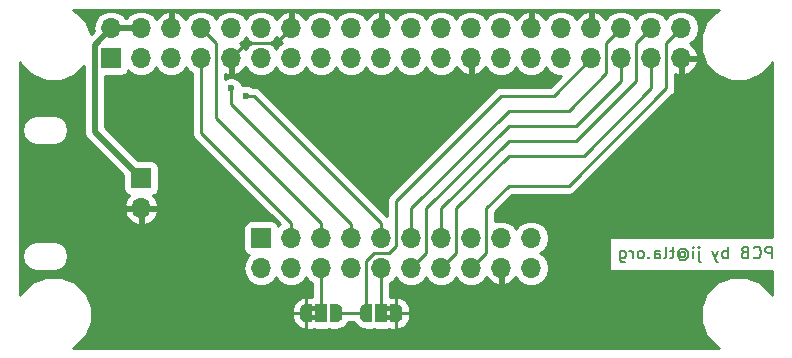
<source format=gbr>
G04 #@! TF.GenerationSoftware,KiCad,Pcbnew,5.0.2-bee76a0~70~ubuntu18.04.1*
G04 #@! TF.CreationDate,2019-03-24T23:52:30-04:00*
G04 #@! TF.ProjectId,rpi-rgb-led-matrix-zero,7270692d-7267-4622-9d6c-65642d6d6174,rev?*
G04 #@! TF.SameCoordinates,Original*
G04 #@! TF.FileFunction,Copper,L2,Bot*
G04 #@! TF.FilePolarity,Positive*
%FSLAX46Y46*%
G04 Gerber Fmt 4.6, Leading zero omitted, Abs format (unit mm)*
G04 Created by KiCad (PCBNEW 5.0.2-bee76a0~70~ubuntu18.04.1) date Sun 24 Mar 2019 23:52:30 EDT*
%MOMM*%
%LPD*%
G01*
G04 APERTURE LIST*
G04 #@! TA.AperFunction,NonConductor*
%ADD10C,0.150000*%
G04 #@! TD*
G04 #@! TA.AperFunction,ComponentPad*
%ADD11O,1.700000X1.700000*%
G04 #@! TD*
G04 #@! TA.AperFunction,ComponentPad*
%ADD12R,1.700000X1.700000*%
G04 #@! TD*
G04 #@! TA.AperFunction,SMDPad,CuDef*
%ADD13R,1.000000X1.500000*%
G04 #@! TD*
G04 #@! TA.AperFunction,SMDPad,CuDef*
%ADD14C,0.500000*%
G04 #@! TD*
G04 #@! TA.AperFunction,Conductor*
%ADD15C,0.100000*%
G04 #@! TD*
G04 #@! TA.AperFunction,ViaPad*
%ADD16C,0.600000*%
G04 #@! TD*
G04 #@! TA.AperFunction,Conductor*
%ADD17C,0.250000*%
G04 #@! TD*
G04 #@! TA.AperFunction,Conductor*
%ADD18C,0.500000*%
G04 #@! TD*
G04 #@! TA.AperFunction,Conductor*
%ADD19C,0.254000*%
G04 #@! TD*
G04 APERTURE END LIST*
D10*
X55958571Y-16962380D02*
X55958571Y-15962380D01*
X55577619Y-15962380D01*
X55482380Y-16010000D01*
X55434761Y-16057619D01*
X55387142Y-16152857D01*
X55387142Y-16295714D01*
X55434761Y-16390952D01*
X55482380Y-16438571D01*
X55577619Y-16486190D01*
X55958571Y-16486190D01*
X54387142Y-16867142D02*
X54434761Y-16914761D01*
X54577619Y-16962380D01*
X54672857Y-16962380D01*
X54815714Y-16914761D01*
X54910952Y-16819523D01*
X54958571Y-16724285D01*
X55006190Y-16533809D01*
X55006190Y-16390952D01*
X54958571Y-16200476D01*
X54910952Y-16105238D01*
X54815714Y-16010000D01*
X54672857Y-15962380D01*
X54577619Y-15962380D01*
X54434761Y-16010000D01*
X54387142Y-16057619D01*
X53625238Y-16438571D02*
X53482380Y-16486190D01*
X53434761Y-16533809D01*
X53387142Y-16629047D01*
X53387142Y-16771904D01*
X53434761Y-16867142D01*
X53482380Y-16914761D01*
X53577619Y-16962380D01*
X53958571Y-16962380D01*
X53958571Y-15962380D01*
X53625238Y-15962380D01*
X53530000Y-16010000D01*
X53482380Y-16057619D01*
X53434761Y-16152857D01*
X53434761Y-16248095D01*
X53482380Y-16343333D01*
X53530000Y-16390952D01*
X53625238Y-16438571D01*
X53958571Y-16438571D01*
X52196666Y-16962380D02*
X52196666Y-15962380D01*
X52196666Y-16343333D02*
X52101428Y-16295714D01*
X51910952Y-16295714D01*
X51815714Y-16343333D01*
X51768095Y-16390952D01*
X51720476Y-16486190D01*
X51720476Y-16771904D01*
X51768095Y-16867142D01*
X51815714Y-16914761D01*
X51910952Y-16962380D01*
X52101428Y-16962380D01*
X52196666Y-16914761D01*
X51387142Y-16295714D02*
X51149047Y-16962380D01*
X50910952Y-16295714D02*
X51149047Y-16962380D01*
X51244285Y-17200476D01*
X51291904Y-17248095D01*
X51387142Y-17295714D01*
X49768095Y-16295714D02*
X49768095Y-17152857D01*
X49815714Y-17248095D01*
X49910952Y-17295714D01*
X49958571Y-17295714D01*
X49768095Y-15962380D02*
X49815714Y-16010000D01*
X49768095Y-16057619D01*
X49720476Y-16010000D01*
X49768095Y-15962380D01*
X49768095Y-16057619D01*
X49291904Y-16962380D02*
X49291904Y-16295714D01*
X49291904Y-15962380D02*
X49339523Y-16010000D01*
X49291904Y-16057619D01*
X49244285Y-16010000D01*
X49291904Y-15962380D01*
X49291904Y-16057619D01*
X48196666Y-16486190D02*
X48244285Y-16438571D01*
X48339523Y-16390952D01*
X48434761Y-16390952D01*
X48530000Y-16438571D01*
X48577619Y-16486190D01*
X48625238Y-16581428D01*
X48625238Y-16676666D01*
X48577619Y-16771904D01*
X48530000Y-16819523D01*
X48434761Y-16867142D01*
X48339523Y-16867142D01*
X48244285Y-16819523D01*
X48196666Y-16771904D01*
X48196666Y-16390952D02*
X48196666Y-16771904D01*
X48149047Y-16819523D01*
X48101428Y-16819523D01*
X48006190Y-16771904D01*
X47958571Y-16676666D01*
X47958571Y-16438571D01*
X48053809Y-16295714D01*
X48196666Y-16200476D01*
X48387142Y-16152857D01*
X48577619Y-16200476D01*
X48720476Y-16295714D01*
X48815714Y-16438571D01*
X48863333Y-16629047D01*
X48815714Y-16819523D01*
X48720476Y-16962380D01*
X48577619Y-17057619D01*
X48387142Y-17105238D01*
X48196666Y-17057619D01*
X48053809Y-16962380D01*
X47672857Y-16295714D02*
X47291904Y-16295714D01*
X47530000Y-15962380D02*
X47530000Y-16819523D01*
X47482380Y-16914761D01*
X47387142Y-16962380D01*
X47291904Y-16962380D01*
X46815714Y-16962380D02*
X46910952Y-16914761D01*
X46958571Y-16819523D01*
X46958571Y-15962380D01*
X46006190Y-16962380D02*
X46006190Y-16438571D01*
X46053809Y-16343333D01*
X46149047Y-16295714D01*
X46339523Y-16295714D01*
X46434761Y-16343333D01*
X46006190Y-16914761D02*
X46101428Y-16962380D01*
X46339523Y-16962380D01*
X46434761Y-16914761D01*
X46482380Y-16819523D01*
X46482380Y-16724285D01*
X46434761Y-16629047D01*
X46339523Y-16581428D01*
X46101428Y-16581428D01*
X46006190Y-16533809D01*
X45530000Y-16867142D02*
X45482380Y-16914761D01*
X45530000Y-16962380D01*
X45577619Y-16914761D01*
X45530000Y-16867142D01*
X45530000Y-16962380D01*
X44910952Y-16962380D02*
X45006190Y-16914761D01*
X45053809Y-16867142D01*
X45101428Y-16771904D01*
X45101428Y-16486190D01*
X45053809Y-16390952D01*
X45006190Y-16343333D01*
X44910952Y-16295714D01*
X44768095Y-16295714D01*
X44672857Y-16343333D01*
X44625238Y-16390952D01*
X44577619Y-16486190D01*
X44577619Y-16771904D01*
X44625238Y-16867142D01*
X44672857Y-16914761D01*
X44768095Y-16962380D01*
X44910952Y-16962380D01*
X44149047Y-16962380D02*
X44149047Y-16295714D01*
X44149047Y-16486190D02*
X44101428Y-16390952D01*
X44053809Y-16343333D01*
X43958571Y-16295714D01*
X43863333Y-16295714D01*
X43101428Y-16295714D02*
X43101428Y-17105238D01*
X43149047Y-17200476D01*
X43196666Y-17248095D01*
X43291904Y-17295714D01*
X43434761Y-17295714D01*
X43530000Y-17248095D01*
X43101428Y-16914761D02*
X43196666Y-16962380D01*
X43387142Y-16962380D01*
X43482380Y-16914761D01*
X43530000Y-16867142D01*
X43577619Y-16771904D01*
X43577619Y-16486190D01*
X43530000Y-16390952D01*
X43482380Y-16343333D01*
X43387142Y-16295714D01*
X43196666Y-16295714D01*
X43101428Y-16343333D01*
D11*
G04 #@! TO.P,P1,40*
G04 #@! TO.N,/STROBE*
X48260000Y2540000D03*
G04 #@! TO.P,P1,39*
G04 #@! TO.N,GND*
X48260000Y0D03*
G04 #@! TO.P,P1,38*
G04 #@! TO.N,/C*
X45720000Y2540000D03*
G04 #@! TO.P,P1,37*
G04 #@! TO.N,/D*
X45720000Y0D03*
G04 #@! TO.P,P1,36*
G04 #@! TO.N,/A*
X43180000Y2540000D03*
G04 #@! TO.P,P1,35*
G04 #@! TO.N,/B*
X43180000Y0D03*
G04 #@! TO.P,P1,34*
G04 #@! TO.N,GND*
X40640000Y2540000D03*
G04 #@! TO.P,P1,33*
G04 #@! TO.N,/E*
X40640000Y0D03*
G04 #@! TO.P,P1,32*
G04 #@! TO.N,/G1_3*
X38100000Y2540000D03*
G04 #@! TO.P,P1,31*
G04 #@! TO.N,/G2_3*
X38100000Y0D03*
G04 #@! TO.P,P1,30*
G04 #@! TO.N,GND*
X35560000Y2540000D03*
G04 #@! TO.P,P1,29*
G04 #@! TO.N,/R1_3*
X35560000Y0D03*
G04 #@! TO.P,P1,28*
G04 #@! TO.N,/ID_SC*
X33020000Y2540000D03*
G04 #@! TO.P,P1,27*
G04 #@! TO.N,/ID_SD*
X33020000Y0D03*
G04 #@! TO.P,P1,26*
G04 #@! TO.N,/B1_3*
X30480000Y2540000D03*
G04 #@! TO.P,P1,25*
G04 #@! TO.N,GND*
X30480000Y0D03*
G04 #@! TO.P,P1,24*
G04 #@! TO.N,/R2_3*
X27940000Y2540000D03*
G04 #@! TO.P,P1,23*
G04 #@! TO.N,/B2_3*
X27940000Y0D03*
G04 #@! TO.P,P1,22*
G04 #@! TO.N,/G1_2*
X25400000Y2540000D03*
G04 #@! TO.P,P1,21*
G04 #@! TO.N,/G2_2*
X25400000Y0D03*
G04 #@! TO.P,P1,20*
G04 #@! TO.N,GND*
X22860000Y2540000D03*
G04 #@! TO.P,P1,19*
G04 #@! TO.N,/R1_2*
X22860000Y0D03*
G04 #@! TO.P,P1,18*
G04 #@! TO.N,/B1_2*
X20320000Y2540000D03*
G04 #@! TO.P,P1,17*
G04 #@! TO.N,N/C*
X20320000Y0D03*
G04 #@! TO.P,P1,16*
G04 #@! TO.N,/B2_2*
X17780000Y2540000D03*
G04 #@! TO.P,P1,15*
G04 #@! TO.N,/R2_2*
X17780000Y0D03*
G04 #@! TO.P,P1,14*
G04 #@! TO.N,GND*
X15240000Y2540000D03*
G04 #@! TO.P,P1,13*
G04 #@! TO.N,/CLK*
X15240000Y0D03*
G04 #@! TO.P,P1,12*
G04 #@! TO.N,/~OE*
X12700000Y2540000D03*
G04 #@! TO.P,P1,11*
G04 #@! TO.N,/G2_1*
X12700000Y0D03*
G04 #@! TO.P,P1,10*
G04 #@! TO.N,/G1_1*
X10160000Y2540000D03*
G04 #@! TO.P,P1,9*
G04 #@! TO.N,GND*
X10160000Y0D03*
G04 #@! TO.P,P1,8*
G04 #@! TO.N,/B1_1*
X7620000Y2540000D03*
G04 #@! TO.P,P1,7*
G04 #@! TO.N,/R1_1*
X7620000Y0D03*
G04 #@! TO.P,P1,6*
G04 #@! TO.N,GND*
X5080000Y2540000D03*
G04 #@! TO.P,P1,5*
G04 #@! TO.N,/R2_1*
X5080000Y0D03*
G04 #@! TO.P,P1,4*
G04 #@! TO.N,/HAT_5V*
X2540000Y2540000D03*
G04 #@! TO.P,P1,3*
G04 #@! TO.N,/B2_1*
X2540000Y0D03*
G04 #@! TO.P,P1,2*
G04 #@! TO.N,/HAT_5V*
X0Y2540000D03*
D12*
G04 #@! TO.P,P1,1*
G04 #@! TO.N,+3V3*
X0Y0D03*
G04 #@! TD*
D11*
G04 #@! TO.P,J2,20*
G04 #@! TO.N,N/C*
X35560000Y-17780000D03*
G04 #@! TO.P,J2,19*
X35560000Y-15240000D03*
G04 #@! TO.P,J2,18*
G04 #@! TO.N,GND*
X33020000Y-17780000D03*
G04 #@! TO.P,J2,17*
G04 #@! TO.N,/~OE*
X33020000Y-15240000D03*
G04 #@! TO.P,J2,16*
G04 #@! TO.N,/STROBE*
X30480000Y-17780000D03*
G04 #@! TO.P,J2,15*
G04 #@! TO.N,/CLK*
X30480000Y-15240000D03*
G04 #@! TO.P,J2,14*
G04 #@! TO.N,/D*
X27940000Y-17780000D03*
G04 #@! TO.P,J2,13*
G04 #@! TO.N,/C*
X27940000Y-15240000D03*
G04 #@! TO.P,J2,12*
G04 #@! TO.N,/B*
X25400000Y-17780000D03*
G04 #@! TO.P,J2,11*
G04 #@! TO.N,/A*
X25400000Y-15240000D03*
G04 #@! TO.P,J2,10*
G04 #@! TO.N,Net-(J2-Pad10)*
X22860000Y-17780000D03*
G04 #@! TO.P,J2,9*
G04 #@! TO.N,/B2_1*
X22860000Y-15240000D03*
G04 #@! TO.P,J2,8*
G04 #@! TO.N,/G2_1*
X20320000Y-17780000D03*
G04 #@! TO.P,J2,7*
G04 #@! TO.N,/R2_1*
X20320000Y-15240000D03*
G04 #@! TO.P,J2,6*
G04 #@! TO.N,Net-(J2-Pad6)*
X17780000Y-17780000D03*
G04 #@! TO.P,J2,5*
G04 #@! TO.N,/B1_1*
X17780000Y-15240000D03*
G04 #@! TO.P,J2,4*
G04 #@! TO.N,/G1_1*
X15240000Y-17780000D03*
G04 #@! TO.P,J2,3*
G04 #@! TO.N,/R1_1*
X15240000Y-15240000D03*
G04 #@! TO.P,J2,2*
G04 #@! TO.N,N/C*
X12700000Y-17780000D03*
D12*
G04 #@! TO.P,J2,1*
X12700000Y-15240000D03*
G04 #@! TD*
G04 #@! TO.P,J1,1*
G04 #@! TO.N,/HAT_5V*
X2540000Y-10160000D03*
D11*
G04 #@! TO.P,J1,2*
G04 #@! TO.N,GND*
X2540000Y-12700000D03*
G04 #@! TD*
D13*
G04 #@! TO.P,JP1,2*
G04 #@! TO.N,Net-(J2-Pad6)*
X17780000Y-21590000D03*
D14*
G04 #@! TO.P,JP1,3*
G04 #@! TO.N,/E*
X19080000Y-21590000D03*
D15*
G04 #@! TD*
G04 #@! TO.N,/E*
G04 #@! TO.C,JP1*
G36*
X19080000Y-20840602D02*
X19104534Y-20840602D01*
X19153365Y-20845412D01*
X19201490Y-20854984D01*
X19248445Y-20869228D01*
X19293778Y-20888005D01*
X19337051Y-20911136D01*
X19377850Y-20938396D01*
X19415779Y-20969524D01*
X19450476Y-21004221D01*
X19481604Y-21042150D01*
X19508864Y-21082949D01*
X19531995Y-21126222D01*
X19550772Y-21171555D01*
X19565016Y-21218510D01*
X19574588Y-21266635D01*
X19579398Y-21315466D01*
X19579398Y-21340000D01*
X19580000Y-21340000D01*
X19580000Y-21840000D01*
X19579398Y-21840000D01*
X19579398Y-21864534D01*
X19574588Y-21913365D01*
X19565016Y-21961490D01*
X19550772Y-22008445D01*
X19531995Y-22053778D01*
X19508864Y-22097051D01*
X19481604Y-22137850D01*
X19450476Y-22175779D01*
X19415779Y-22210476D01*
X19377850Y-22241604D01*
X19337051Y-22268864D01*
X19293778Y-22291995D01*
X19248445Y-22310772D01*
X19201490Y-22325016D01*
X19153365Y-22334588D01*
X19104534Y-22339398D01*
X19080000Y-22339398D01*
X19080000Y-22340000D01*
X18530000Y-22340000D01*
X18530000Y-20840000D01*
X19080000Y-20840000D01*
X19080000Y-20840602D01*
X19080000Y-20840602D01*
G37*
D14*
G04 #@! TO.P,JP1,1*
G04 #@! TO.N,GND*
X16480000Y-21590000D03*
D15*
G04 #@! TD*
G04 #@! TO.N,GND*
G04 #@! TO.C,JP1*
G36*
X17030000Y-20990000D02*
X17380000Y-20990000D01*
X17380000Y-21390000D01*
X17030000Y-21390000D01*
X17030000Y-21790000D01*
X17380000Y-21790000D01*
X17380000Y-22190000D01*
X17030000Y-22190000D01*
X17030000Y-22340000D01*
X16480000Y-22340000D01*
X16480000Y-22339398D01*
X16455466Y-22339398D01*
X16406635Y-22334588D01*
X16358510Y-22325016D01*
X16311555Y-22310772D01*
X16266222Y-22291995D01*
X16222949Y-22268864D01*
X16182150Y-22241604D01*
X16144221Y-22210476D01*
X16109524Y-22175779D01*
X16078396Y-22137850D01*
X16051136Y-22097051D01*
X16028005Y-22053778D01*
X16009228Y-22008445D01*
X15994984Y-21961490D01*
X15985412Y-21913365D01*
X15980602Y-21864534D01*
X15980602Y-21840000D01*
X15980000Y-21840000D01*
X15980000Y-21340000D01*
X15980602Y-21340000D01*
X15980602Y-21315466D01*
X15985412Y-21266635D01*
X15994984Y-21218510D01*
X16009228Y-21171555D01*
X16028005Y-21126222D01*
X16051136Y-21082949D01*
X16078396Y-21042150D01*
X16109524Y-21004221D01*
X16144221Y-20969524D01*
X16182150Y-20938396D01*
X16222949Y-20911136D01*
X16266222Y-20888005D01*
X16311555Y-20869228D01*
X16358510Y-20854984D01*
X16406635Y-20845412D01*
X16455466Y-20840602D01*
X16480000Y-20840602D01*
X16480000Y-20840000D01*
X17030000Y-20840000D01*
X17030000Y-20990000D01*
X17030000Y-20990000D01*
G37*
D13*
G04 #@! TO.P,JP2,2*
G04 #@! TO.N,Net-(J2-Pad10)*
X22860000Y-21590000D03*
D14*
G04 #@! TO.P,JP2,3*
G04 #@! TO.N,/E*
X21560000Y-21590000D03*
D15*
G04 #@! TD*
G04 #@! TO.N,/E*
G04 #@! TO.C,JP2*
G36*
X21560000Y-22339398D02*
X21535466Y-22339398D01*
X21486635Y-22334588D01*
X21438510Y-22325016D01*
X21391555Y-22310772D01*
X21346222Y-22291995D01*
X21302949Y-22268864D01*
X21262150Y-22241604D01*
X21224221Y-22210476D01*
X21189524Y-22175779D01*
X21158396Y-22137850D01*
X21131136Y-22097051D01*
X21108005Y-22053778D01*
X21089228Y-22008445D01*
X21074984Y-21961490D01*
X21065412Y-21913365D01*
X21060602Y-21864534D01*
X21060602Y-21840000D01*
X21060000Y-21840000D01*
X21060000Y-21340000D01*
X21060602Y-21340000D01*
X21060602Y-21315466D01*
X21065412Y-21266635D01*
X21074984Y-21218510D01*
X21089228Y-21171555D01*
X21108005Y-21126222D01*
X21131136Y-21082949D01*
X21158396Y-21042150D01*
X21189524Y-21004221D01*
X21224221Y-20969524D01*
X21262150Y-20938396D01*
X21302949Y-20911136D01*
X21346222Y-20888005D01*
X21391555Y-20869228D01*
X21438510Y-20854984D01*
X21486635Y-20845412D01*
X21535466Y-20840602D01*
X21560000Y-20840602D01*
X21560000Y-20840000D01*
X22110000Y-20840000D01*
X22110000Y-22340000D01*
X21560000Y-22340000D01*
X21560000Y-22339398D01*
X21560000Y-22339398D01*
G37*
D14*
G04 #@! TO.P,JP2,1*
G04 #@! TO.N,GND*
X24160000Y-21590000D03*
D15*
G04 #@! TD*
G04 #@! TO.N,GND*
G04 #@! TO.C,JP2*
G36*
X23610000Y-22190000D02*
X23260000Y-22190000D01*
X23260000Y-21790000D01*
X23610000Y-21790000D01*
X23610000Y-21390000D01*
X23260000Y-21390000D01*
X23260000Y-20990000D01*
X23610000Y-20990000D01*
X23610000Y-20840000D01*
X24160000Y-20840000D01*
X24160000Y-20840602D01*
X24184534Y-20840602D01*
X24233365Y-20845412D01*
X24281490Y-20854984D01*
X24328445Y-20869228D01*
X24373778Y-20888005D01*
X24417051Y-20911136D01*
X24457850Y-20938396D01*
X24495779Y-20969524D01*
X24530476Y-21004221D01*
X24561604Y-21042150D01*
X24588864Y-21082949D01*
X24611995Y-21126222D01*
X24630772Y-21171555D01*
X24645016Y-21218510D01*
X24654588Y-21266635D01*
X24659398Y-21315466D01*
X24659398Y-21340000D01*
X24660000Y-21340000D01*
X24660000Y-21840000D01*
X24659398Y-21840000D01*
X24659398Y-21864534D01*
X24654588Y-21913365D01*
X24645016Y-21961490D01*
X24630772Y-22008445D01*
X24611995Y-22053778D01*
X24588864Y-22097051D01*
X24561604Y-22137850D01*
X24530476Y-22175779D01*
X24495779Y-22210476D01*
X24457850Y-22241604D01*
X24417051Y-22268864D01*
X24373778Y-22291995D01*
X24328445Y-22310772D01*
X24281490Y-22325016D01*
X24233365Y-22334588D01*
X24184534Y-22339398D01*
X24160000Y-22339398D01*
X24160000Y-22340000D01*
X23610000Y-22340000D01*
X23610000Y-22190000D01*
X23610000Y-22190000D01*
G37*
D16*
G04 #@! TO.N,/R2_1*
X10160000Y-2540000D03*
G04 #@! TO.N,/B2_1*
X11430000Y-3175000D03*
G04 #@! TD*
D17*
G04 #@! TO.N,GND*
X16510000Y-21590000D02*
X16510000Y-20350000D01*
X16510000Y-21590000D02*
X16510000Y-22830000D01*
X16510000Y-21590000D02*
X15270000Y-21590000D01*
X24130000Y-21590000D02*
X24130000Y-20350000D01*
X24130000Y-21590000D02*
X24130000Y-22830000D01*
X13970000Y1270000D02*
X14390001Y1690001D01*
X14390001Y1690001D02*
X15240000Y2540000D01*
X10160000Y0D02*
X11430000Y1270000D01*
X11430000Y1270000D02*
X13970000Y1270000D01*
X24160000Y-21590000D02*
X25400000Y-21590000D01*
G04 #@! TO.N,/STROBE*
X46990000Y1270000D02*
X47410001Y1690001D01*
X38735000Y-10795000D02*
X46990000Y-2540000D01*
X31750000Y-16510000D02*
X31750000Y-12700000D01*
X30480000Y-17780000D02*
X31750000Y-16510000D01*
X31750000Y-12700000D02*
X33655000Y-10795000D01*
X47410001Y1690001D02*
X48260000Y2540000D01*
X33655000Y-10795000D02*
X38735000Y-10795000D01*
X46990000Y-2540000D02*
X46990000Y1270000D01*
G04 #@! TO.N,/A*
X25400000Y-12700000D02*
X33655000Y-4445000D01*
X38735000Y-4445000D02*
X41910000Y-1270000D01*
X25400000Y-15240000D02*
X25400000Y-12700000D01*
X33655000Y-4445000D02*
X38735000Y-4445000D01*
X42330001Y1690001D02*
X43180000Y2540000D01*
X41910000Y-1270000D02*
X41910000Y1270000D01*
X41910000Y1270000D02*
X42330001Y1690001D01*
G04 #@! TO.N,/B*
X43180000Y-1905000D02*
X43180000Y0D01*
X39370000Y-5715000D02*
X43180000Y-1905000D01*
X33655000Y-5715000D02*
X39370000Y-5715000D01*
X26670000Y-12700000D02*
X33655000Y-5715000D01*
X25400000Y-17780000D02*
X26670000Y-16510000D01*
X26670000Y-16510000D02*
X26670000Y-12700000D01*
G04 #@! TO.N,/D*
X29210000Y-16510000D02*
X29210000Y-12700000D01*
X27940000Y-17780000D02*
X29210000Y-16510000D01*
X33655000Y-8255000D02*
X40005000Y-8255000D01*
X40005000Y-8255000D02*
X45720000Y-2540000D01*
X45720000Y-1202081D02*
X45720000Y0D01*
X29210000Y-12700000D02*
X33655000Y-8255000D01*
X45720000Y-2540000D02*
X45720000Y-1202081D01*
G04 #@! TO.N,/C*
X44870001Y1690001D02*
X45720000Y2540000D01*
X27940000Y-12700000D02*
X33655000Y-6985000D01*
X27940000Y-15240000D02*
X27940000Y-12700000D01*
X33655000Y-6985000D02*
X39371411Y-6985000D01*
X39371411Y-6985000D02*
X44450000Y-1906411D01*
X44450000Y1270000D02*
X44870001Y1690001D01*
X44450000Y-1906411D02*
X44450000Y1270000D01*
G04 #@! TO.N,/R1_1*
X15240000Y-15240000D02*
X15240000Y-13970000D01*
X7620000Y-6350000D02*
X7620000Y0D01*
X15240000Y-13970000D02*
X7620000Y-6350000D01*
G04 #@! TO.N,/B1_1*
X8469999Y1690001D02*
X7620000Y2540000D01*
X8890000Y1270000D02*
X8469999Y1690001D01*
X8890000Y-5080000D02*
X8890000Y1270000D01*
X17780000Y-15240000D02*
X17780000Y-13970000D01*
X17780000Y-13970000D02*
X8890000Y-5080000D01*
G04 #@! TO.N,/R2_1*
X10160000Y-3877919D02*
X10160000Y-2540000D01*
X20320000Y-15240000D02*
X20320000Y-14037919D01*
X20320000Y-14037919D02*
X10160000Y-3877919D01*
X10160000Y-2540000D02*
X10160000Y-2540000D01*
G04 #@! TO.N,/B2_1*
X22860000Y-15240000D02*
X22860000Y-13970000D01*
X22860000Y-13970000D02*
X12065000Y-3175000D01*
X12065000Y-3175000D02*
X11430000Y-3175000D01*
X11430000Y-3175000D02*
X11430000Y-3175000D01*
G04 #@! TO.N,/E*
X21560000Y-21590000D02*
X19080000Y-21590000D01*
X22225000Y-16510000D02*
X21560000Y-17175000D01*
X40640000Y0D02*
X37465000Y-3175000D01*
X37465000Y-3175000D02*
X33020000Y-3175000D01*
X33020000Y-3175000D02*
X24130000Y-12065000D01*
X21560000Y-17175000D02*
X21560000Y-21590000D01*
X24130000Y-12065000D02*
X24130000Y-15875000D01*
X24130000Y-15875000D02*
X23495000Y-16510000D01*
X23495000Y-16510000D02*
X22225000Y-16510000D01*
D18*
G04 #@! TO.N,/HAT_5V*
X0Y2540000D02*
X2540000Y2540000D01*
X-1397000Y1143000D02*
X0Y2540000D01*
X2540000Y-10160000D02*
X-1397000Y-6223000D01*
X-1397000Y-6223000D02*
X-1397000Y1143000D01*
D17*
G04 #@! TO.N,Net-(J2-Pad10)*
X22860000Y-21590000D02*
X22860000Y-17780000D01*
G04 #@! TO.N,Net-(J2-Pad6)*
X17780000Y-21590000D02*
X17780000Y-17780000D01*
G04 #@! TD*
D19*
G04 #@! TO.N,GND*
G36*
X51302051Y4005719D02*
X50394281Y3097949D01*
X49903000Y1911890D01*
X49903000Y628110D01*
X50394281Y-557949D01*
X51302051Y-1465719D01*
X52488110Y-1957000D01*
X53771890Y-1957000D01*
X54957949Y-1465719D01*
X55865719Y-557949D01*
X55945000Y-366547D01*
X55945001Y-15117500D01*
X42153334Y-15117500D01*
X42153334Y-18037500D01*
X55945001Y-18037500D01*
X55945001Y-20093455D01*
X55865719Y-19902051D01*
X54957949Y-18994281D01*
X53771890Y-18503000D01*
X52488110Y-18503000D01*
X51302051Y-18994281D01*
X50394281Y-19902051D01*
X49903000Y-21088110D01*
X49903000Y-22371890D01*
X50394281Y-23557949D01*
X51302051Y-24465719D01*
X51493453Y-24545000D01*
X-3233453Y-24545000D01*
X-3042051Y-24465719D01*
X-2134281Y-23557949D01*
X-1643000Y-22371890D01*
X-1643000Y-21088110D01*
X-2134281Y-19902051D01*
X-3042051Y-18994281D01*
X-4228110Y-18503000D01*
X-5511890Y-18503000D01*
X-6697949Y-18994281D01*
X-7605719Y-19902051D01*
X-7685000Y-20093453D01*
X-7685000Y-16764000D01*
X-7548174Y-16764000D01*
X-7448443Y-17265382D01*
X-7164433Y-17690433D01*
X-6739382Y-17974443D01*
X-6364558Y-18049000D01*
X-4811442Y-18049000D01*
X-4436618Y-17974443D01*
X-4011567Y-17690433D01*
X-3727557Y-17265382D01*
X-3627826Y-16764000D01*
X-3727557Y-16262618D01*
X-4011567Y-15837567D01*
X-4436618Y-15553557D01*
X-4811442Y-15479000D01*
X-6364558Y-15479000D01*
X-6739382Y-15553557D01*
X-7164433Y-15837567D01*
X-7448443Y-16262618D01*
X-7548174Y-16764000D01*
X-7685000Y-16764000D01*
X-7685000Y-13056890D01*
X1098524Y-13056890D01*
X1268355Y-13466924D01*
X1658642Y-13895183D01*
X2183108Y-14141486D01*
X2413000Y-14020819D01*
X2413000Y-12827000D01*
X2667000Y-12827000D01*
X2667000Y-14020819D01*
X2896892Y-14141486D01*
X3421358Y-13895183D01*
X3811645Y-13466924D01*
X3981476Y-13056890D01*
X3860155Y-12827000D01*
X2667000Y-12827000D01*
X2413000Y-12827000D01*
X1219845Y-12827000D01*
X1098524Y-13056890D01*
X-7685000Y-13056890D01*
X-7685000Y-6096000D01*
X-7548174Y-6096000D01*
X-7448443Y-6597382D01*
X-7164433Y-7022433D01*
X-6739382Y-7306443D01*
X-6364558Y-7381000D01*
X-4811442Y-7381000D01*
X-4436618Y-7306443D01*
X-4011567Y-7022433D01*
X-3727557Y-6597382D01*
X-3627826Y-6096000D01*
X-3727557Y-5594618D01*
X-4011567Y-5169567D01*
X-4436618Y-4885557D01*
X-4811442Y-4811000D01*
X-6364558Y-4811000D01*
X-6739382Y-4885557D01*
X-7164433Y-5169567D01*
X-7448443Y-5594618D01*
X-7548174Y-6096000D01*
X-7685000Y-6096000D01*
X-7685000Y-366547D01*
X-7605719Y-557949D01*
X-6697949Y-1465719D01*
X-5511890Y-1957000D01*
X-4228110Y-1957000D01*
X-3042051Y-1465719D01*
X-2281999Y-705667D01*
X-2282000Y-6135839D01*
X-2299337Y-6223000D01*
X-2282000Y-6310161D01*
X-2282000Y-6310164D01*
X-2230652Y-6568309D01*
X-2035049Y-6861049D01*
X-1961153Y-6910425D01*
X1042560Y-9914139D01*
X1042560Y-11010000D01*
X1091843Y-11257765D01*
X1232191Y-11467809D01*
X1442235Y-11608157D01*
X1545708Y-11628739D01*
X1268355Y-11933076D01*
X1098524Y-12343110D01*
X1219845Y-12573000D01*
X2413000Y-12573000D01*
X2413000Y-12553000D01*
X2667000Y-12553000D01*
X2667000Y-12573000D01*
X3860155Y-12573000D01*
X3981476Y-12343110D01*
X3811645Y-11933076D01*
X3534292Y-11628739D01*
X3637765Y-11608157D01*
X3847809Y-11467809D01*
X3988157Y-11257765D01*
X4037440Y-11010000D01*
X4037440Y-9310000D01*
X3988157Y-9062235D01*
X3847809Y-8852191D01*
X3637765Y-8711843D01*
X3390000Y-8662560D01*
X2294139Y-8662560D01*
X-512000Y-5856422D01*
X-512000Y-1497440D01*
X850000Y-1497440D01*
X1097765Y-1448157D01*
X1307809Y-1307809D01*
X1448157Y-1097765D01*
X1457184Y-1052381D01*
X1469375Y-1070625D01*
X1960582Y-1398839D01*
X2393744Y-1485000D01*
X2686256Y-1485000D01*
X3119418Y-1398839D01*
X3610625Y-1070625D01*
X3810000Y-772239D01*
X4009375Y-1070625D01*
X4500582Y-1398839D01*
X4933744Y-1485000D01*
X5226256Y-1485000D01*
X5659418Y-1398839D01*
X6150625Y-1070625D01*
X6350000Y-772239D01*
X6549375Y-1070625D01*
X6860001Y-1278179D01*
X6860000Y-6275153D01*
X6845112Y-6350000D01*
X6860000Y-6424847D01*
X6860000Y-6424851D01*
X6904096Y-6646536D01*
X7072071Y-6897929D01*
X7135530Y-6940331D01*
X14286387Y-14091190D01*
X14169375Y-14169375D01*
X14157184Y-14187619D01*
X14148157Y-14142235D01*
X14007809Y-13932191D01*
X13797765Y-13791843D01*
X13550000Y-13742560D01*
X11850000Y-13742560D01*
X11602235Y-13791843D01*
X11392191Y-13932191D01*
X11251843Y-14142235D01*
X11202560Y-14390000D01*
X11202560Y-16090000D01*
X11251843Y-16337765D01*
X11392191Y-16547809D01*
X11602235Y-16688157D01*
X11647619Y-16697184D01*
X11629375Y-16709375D01*
X11301161Y-17200582D01*
X11185908Y-17780000D01*
X11301161Y-18359418D01*
X11629375Y-18850625D01*
X12120582Y-19178839D01*
X12553744Y-19265000D01*
X12846256Y-19265000D01*
X13279418Y-19178839D01*
X13770625Y-18850625D01*
X13970000Y-18552239D01*
X14169375Y-18850625D01*
X14660582Y-19178839D01*
X15093744Y-19265000D01*
X15386256Y-19265000D01*
X15819418Y-19178839D01*
X16310625Y-18850625D01*
X16510000Y-18552239D01*
X16709375Y-18850625D01*
X17020001Y-19058178D01*
X17020000Y-20192560D01*
X16480000Y-20192560D01*
X16467894Y-20194968D01*
X16430991Y-20194968D01*
X16304682Y-20207408D01*
X16208549Y-20226530D01*
X16087096Y-20263372D01*
X15996540Y-20300881D01*
X15884603Y-20360713D01*
X15803104Y-20415169D01*
X15704994Y-20495686D01*
X15635686Y-20564994D01*
X15555169Y-20663104D01*
X15500713Y-20744603D01*
X15440881Y-20856540D01*
X15403372Y-20947096D01*
X15366530Y-21068549D01*
X15347408Y-21164682D01*
X15334968Y-21290991D01*
X15334968Y-21327894D01*
X15332560Y-21340000D01*
X15332560Y-21840000D01*
X15334968Y-21852106D01*
X15334968Y-21889009D01*
X15347408Y-22015318D01*
X15366530Y-22111451D01*
X15403372Y-22232904D01*
X15440881Y-22323460D01*
X15500713Y-22435397D01*
X15555169Y-22516896D01*
X15635686Y-22615006D01*
X15704994Y-22684314D01*
X15803104Y-22764831D01*
X15884603Y-22819287D01*
X15996540Y-22879119D01*
X16087096Y-22916628D01*
X16208549Y-22953470D01*
X16304682Y-22972592D01*
X16430991Y-22985032D01*
X16467894Y-22985032D01*
X16480000Y-22987440D01*
X17030000Y-22987440D01*
X17155000Y-22962576D01*
X17280000Y-22987440D01*
X18280000Y-22987440D01*
X18405000Y-22962576D01*
X18530000Y-22987440D01*
X19080000Y-22987440D01*
X19092106Y-22985032D01*
X19129009Y-22985032D01*
X19255318Y-22972592D01*
X19351451Y-22953470D01*
X19472904Y-22916628D01*
X19563460Y-22879119D01*
X19675397Y-22819287D01*
X19756896Y-22764831D01*
X19855006Y-22684314D01*
X19924314Y-22615006D01*
X20004831Y-22516896D01*
X20059287Y-22435397D01*
X20104933Y-22350000D01*
X20535067Y-22350000D01*
X20580713Y-22435397D01*
X20635169Y-22516896D01*
X20715686Y-22615006D01*
X20784994Y-22684314D01*
X20883104Y-22764831D01*
X20964603Y-22819287D01*
X21076540Y-22879119D01*
X21167096Y-22916628D01*
X21288549Y-22953470D01*
X21384682Y-22972592D01*
X21510991Y-22985032D01*
X21547894Y-22985032D01*
X21560000Y-22987440D01*
X22110000Y-22987440D01*
X22235000Y-22962576D01*
X22360000Y-22987440D01*
X23360000Y-22987440D01*
X23485000Y-22962576D01*
X23610000Y-22987440D01*
X24160000Y-22987440D01*
X24172106Y-22985032D01*
X24209009Y-22985032D01*
X24335318Y-22972592D01*
X24431451Y-22953470D01*
X24552904Y-22916628D01*
X24643460Y-22879119D01*
X24755397Y-22819287D01*
X24836896Y-22764831D01*
X24935006Y-22684314D01*
X25004314Y-22615006D01*
X25084831Y-22516896D01*
X25139287Y-22435397D01*
X25199119Y-22323460D01*
X25236628Y-22232904D01*
X25273470Y-22111451D01*
X25292592Y-22015318D01*
X25305032Y-21889009D01*
X25305032Y-21852106D01*
X25307440Y-21840000D01*
X25307440Y-21340000D01*
X25305032Y-21327894D01*
X25305032Y-21290991D01*
X25292592Y-21164682D01*
X25273470Y-21068549D01*
X25236628Y-20947096D01*
X25199119Y-20856540D01*
X25139287Y-20744603D01*
X25084831Y-20663104D01*
X25004314Y-20564994D01*
X24935006Y-20495686D01*
X24836896Y-20415169D01*
X24755397Y-20360713D01*
X24643460Y-20300881D01*
X24552904Y-20263372D01*
X24431451Y-20226530D01*
X24335318Y-20207408D01*
X24209009Y-20194968D01*
X24172106Y-20194968D01*
X24160000Y-20192560D01*
X23620000Y-20192560D01*
X23620000Y-19058178D01*
X23930625Y-18850625D01*
X24130000Y-18552239D01*
X24329375Y-18850625D01*
X24820582Y-19178839D01*
X25253744Y-19265000D01*
X25546256Y-19265000D01*
X25979418Y-19178839D01*
X26470625Y-18850625D01*
X26670000Y-18552239D01*
X26869375Y-18850625D01*
X27360582Y-19178839D01*
X27793744Y-19265000D01*
X28086256Y-19265000D01*
X28519418Y-19178839D01*
X29010625Y-18850625D01*
X29210000Y-18552239D01*
X29409375Y-18850625D01*
X29900582Y-19178839D01*
X30333744Y-19265000D01*
X30626256Y-19265000D01*
X31059418Y-19178839D01*
X31550625Y-18850625D01*
X31763843Y-18531522D01*
X31824817Y-18661358D01*
X32253076Y-19051645D01*
X32663110Y-19221476D01*
X32893000Y-19100155D01*
X32893000Y-17907000D01*
X32873000Y-17907000D01*
X32873000Y-17653000D01*
X32893000Y-17653000D01*
X32893000Y-17633000D01*
X33147000Y-17633000D01*
X33147000Y-17653000D01*
X33167000Y-17653000D01*
X33167000Y-17907000D01*
X33147000Y-17907000D01*
X33147000Y-19100155D01*
X33376890Y-19221476D01*
X33786924Y-19051645D01*
X34215183Y-18661358D01*
X34276157Y-18531522D01*
X34489375Y-18850625D01*
X34980582Y-19178839D01*
X35413744Y-19265000D01*
X35706256Y-19265000D01*
X36139418Y-19178839D01*
X36630625Y-18850625D01*
X36958839Y-18359418D01*
X37074092Y-17780000D01*
X36958839Y-17200582D01*
X36630625Y-16709375D01*
X36332239Y-16510000D01*
X36630625Y-16310625D01*
X36958839Y-15819418D01*
X37074092Y-15240000D01*
X36958839Y-14660582D01*
X36630625Y-14169375D01*
X36139418Y-13841161D01*
X35706256Y-13755000D01*
X35413744Y-13755000D01*
X34980582Y-13841161D01*
X34489375Y-14169375D01*
X34290000Y-14467761D01*
X34090625Y-14169375D01*
X33599418Y-13841161D01*
X33166256Y-13755000D01*
X32873744Y-13755000D01*
X32510000Y-13827353D01*
X32510000Y-13014801D01*
X33969802Y-11555000D01*
X38660153Y-11555000D01*
X38735000Y-11569888D01*
X38809847Y-11555000D01*
X38809852Y-11555000D01*
X39031537Y-11510904D01*
X39282929Y-11342929D01*
X39325331Y-11279470D01*
X47474473Y-3130329D01*
X47537929Y-3087929D01*
X47705904Y-2836537D01*
X47750000Y-2614852D01*
X47750000Y-2614847D01*
X47764888Y-2540000D01*
X47750000Y-2465153D01*
X47750000Y-1378060D01*
X47903110Y-1441476D01*
X48133000Y-1320155D01*
X48133000Y-127000D01*
X48387000Y-127000D01*
X48387000Y-1320155D01*
X48616890Y-1441476D01*
X49026924Y-1271645D01*
X49455183Y-881358D01*
X49701486Y-356892D01*
X49580819Y-127000D01*
X48387000Y-127000D01*
X48133000Y-127000D01*
X48113000Y-127000D01*
X48113000Y127000D01*
X48133000Y127000D01*
X48133000Y147000D01*
X48387000Y147000D01*
X48387000Y127000D01*
X49580819Y127000D01*
X49701486Y356892D01*
X49455183Y881358D01*
X49030214Y1268647D01*
X49330625Y1469375D01*
X49658839Y1960582D01*
X49774092Y2540000D01*
X49658839Y3119418D01*
X49330625Y3610625D01*
X48839418Y3938839D01*
X48406256Y4025000D01*
X48113744Y4025000D01*
X47680582Y3938839D01*
X47189375Y3610625D01*
X46990000Y3312239D01*
X46790625Y3610625D01*
X46299418Y3938839D01*
X45866256Y4025000D01*
X45573744Y4025000D01*
X45140582Y3938839D01*
X44649375Y3610625D01*
X44450000Y3312239D01*
X44250625Y3610625D01*
X43759418Y3938839D01*
X43326256Y4025000D01*
X43033744Y4025000D01*
X42600582Y3938839D01*
X42109375Y3610625D01*
X41896157Y3291522D01*
X41835183Y3421358D01*
X41406924Y3811645D01*
X40996890Y3981476D01*
X40767000Y3860155D01*
X40767000Y2667000D01*
X40787000Y2667000D01*
X40787000Y2413000D01*
X40767000Y2413000D01*
X40767000Y2393000D01*
X40513000Y2393000D01*
X40513000Y2413000D01*
X40493000Y2413000D01*
X40493000Y2667000D01*
X40513000Y2667000D01*
X40513000Y3860155D01*
X40283110Y3981476D01*
X39873076Y3811645D01*
X39444817Y3421358D01*
X39383843Y3291522D01*
X39170625Y3610625D01*
X38679418Y3938839D01*
X38246256Y4025000D01*
X37953744Y4025000D01*
X37520582Y3938839D01*
X37029375Y3610625D01*
X36816157Y3291522D01*
X36755183Y3421358D01*
X36326924Y3811645D01*
X35916890Y3981476D01*
X35687000Y3860155D01*
X35687000Y2667000D01*
X35707000Y2667000D01*
X35707000Y2413000D01*
X35687000Y2413000D01*
X35687000Y2393000D01*
X35433000Y2393000D01*
X35433000Y2413000D01*
X35413000Y2413000D01*
X35413000Y2667000D01*
X35433000Y2667000D01*
X35433000Y3860155D01*
X35203110Y3981476D01*
X34793076Y3811645D01*
X34364817Y3421358D01*
X34303843Y3291522D01*
X34090625Y3610625D01*
X33599418Y3938839D01*
X33166256Y4025000D01*
X32873744Y4025000D01*
X32440582Y3938839D01*
X31949375Y3610625D01*
X31750000Y3312239D01*
X31550625Y3610625D01*
X31059418Y3938839D01*
X30626256Y4025000D01*
X30333744Y4025000D01*
X29900582Y3938839D01*
X29409375Y3610625D01*
X29210000Y3312239D01*
X29010625Y3610625D01*
X28519418Y3938839D01*
X28086256Y4025000D01*
X27793744Y4025000D01*
X27360582Y3938839D01*
X26869375Y3610625D01*
X26670000Y3312239D01*
X26470625Y3610625D01*
X25979418Y3938839D01*
X25546256Y4025000D01*
X25253744Y4025000D01*
X24820582Y3938839D01*
X24329375Y3610625D01*
X24116157Y3291522D01*
X24055183Y3421358D01*
X23626924Y3811645D01*
X23216890Y3981476D01*
X22987000Y3860155D01*
X22987000Y2667000D01*
X23007000Y2667000D01*
X23007000Y2413000D01*
X22987000Y2413000D01*
X22987000Y2393000D01*
X22733000Y2393000D01*
X22733000Y2413000D01*
X22713000Y2413000D01*
X22713000Y2667000D01*
X22733000Y2667000D01*
X22733000Y3860155D01*
X22503110Y3981476D01*
X22093076Y3811645D01*
X21664817Y3421358D01*
X21603843Y3291522D01*
X21390625Y3610625D01*
X20899418Y3938839D01*
X20466256Y4025000D01*
X20173744Y4025000D01*
X19740582Y3938839D01*
X19249375Y3610625D01*
X19050000Y3312239D01*
X18850625Y3610625D01*
X18359418Y3938839D01*
X17926256Y4025000D01*
X17633744Y4025000D01*
X17200582Y3938839D01*
X16709375Y3610625D01*
X16496157Y3291522D01*
X16435183Y3421358D01*
X16006924Y3811645D01*
X15596890Y3981476D01*
X15367000Y3860155D01*
X15367000Y2667000D01*
X15387000Y2667000D01*
X15387000Y2413000D01*
X15367000Y2413000D01*
X15367000Y2393000D01*
X15113000Y2393000D01*
X15113000Y2413000D01*
X15093000Y2413000D01*
X15093000Y2667000D01*
X15113000Y2667000D01*
X15113000Y3860155D01*
X14883110Y3981476D01*
X14473076Y3811645D01*
X14044817Y3421358D01*
X13983843Y3291522D01*
X13770625Y3610625D01*
X13279418Y3938839D01*
X12846256Y4025000D01*
X12553744Y4025000D01*
X12120582Y3938839D01*
X11629375Y3610625D01*
X11430000Y3312239D01*
X11230625Y3610625D01*
X10739418Y3938839D01*
X10306256Y4025000D01*
X10013744Y4025000D01*
X9580582Y3938839D01*
X9089375Y3610625D01*
X8890000Y3312239D01*
X8690625Y3610625D01*
X8199418Y3938839D01*
X7766256Y4025000D01*
X7473744Y4025000D01*
X7040582Y3938839D01*
X6549375Y3610625D01*
X6336157Y3291522D01*
X6275183Y3421358D01*
X5846924Y3811645D01*
X5436890Y3981476D01*
X5207000Y3860155D01*
X5207000Y2667000D01*
X5227000Y2667000D01*
X5227000Y2413000D01*
X5207000Y2413000D01*
X5207000Y2393000D01*
X4953000Y2393000D01*
X4953000Y2413000D01*
X4933000Y2413000D01*
X4933000Y2667000D01*
X4953000Y2667000D01*
X4953000Y3860155D01*
X4723110Y3981476D01*
X4313076Y3811645D01*
X3884817Y3421358D01*
X3823843Y3291522D01*
X3610625Y3610625D01*
X3119418Y3938839D01*
X2686256Y4025000D01*
X2393744Y4025000D01*
X1960582Y3938839D01*
X1469375Y3610625D01*
X1345344Y3425000D01*
X1194656Y3425000D01*
X1070625Y3610625D01*
X579418Y3938839D01*
X146256Y4025000D01*
X-146256Y4025000D01*
X-579418Y3938839D01*
X-1070625Y3610625D01*
X-1398839Y3119418D01*
X-1514092Y2540000D01*
X-1470538Y2321040D01*
X-1712324Y2079254D01*
X-2134281Y3097949D01*
X-3042051Y4005719D01*
X-3233453Y4085000D01*
X51493453Y4085000D01*
X51302051Y4005719D01*
X51302051Y4005719D01*
G37*
X51302051Y4005719D02*
X50394281Y3097949D01*
X49903000Y1911890D01*
X49903000Y628110D01*
X50394281Y-557949D01*
X51302051Y-1465719D01*
X52488110Y-1957000D01*
X53771890Y-1957000D01*
X54957949Y-1465719D01*
X55865719Y-557949D01*
X55945000Y-366547D01*
X55945001Y-15117500D01*
X42153334Y-15117500D01*
X42153334Y-18037500D01*
X55945001Y-18037500D01*
X55945001Y-20093455D01*
X55865719Y-19902051D01*
X54957949Y-18994281D01*
X53771890Y-18503000D01*
X52488110Y-18503000D01*
X51302051Y-18994281D01*
X50394281Y-19902051D01*
X49903000Y-21088110D01*
X49903000Y-22371890D01*
X50394281Y-23557949D01*
X51302051Y-24465719D01*
X51493453Y-24545000D01*
X-3233453Y-24545000D01*
X-3042051Y-24465719D01*
X-2134281Y-23557949D01*
X-1643000Y-22371890D01*
X-1643000Y-21088110D01*
X-2134281Y-19902051D01*
X-3042051Y-18994281D01*
X-4228110Y-18503000D01*
X-5511890Y-18503000D01*
X-6697949Y-18994281D01*
X-7605719Y-19902051D01*
X-7685000Y-20093453D01*
X-7685000Y-16764000D01*
X-7548174Y-16764000D01*
X-7448443Y-17265382D01*
X-7164433Y-17690433D01*
X-6739382Y-17974443D01*
X-6364558Y-18049000D01*
X-4811442Y-18049000D01*
X-4436618Y-17974443D01*
X-4011567Y-17690433D01*
X-3727557Y-17265382D01*
X-3627826Y-16764000D01*
X-3727557Y-16262618D01*
X-4011567Y-15837567D01*
X-4436618Y-15553557D01*
X-4811442Y-15479000D01*
X-6364558Y-15479000D01*
X-6739382Y-15553557D01*
X-7164433Y-15837567D01*
X-7448443Y-16262618D01*
X-7548174Y-16764000D01*
X-7685000Y-16764000D01*
X-7685000Y-13056890D01*
X1098524Y-13056890D01*
X1268355Y-13466924D01*
X1658642Y-13895183D01*
X2183108Y-14141486D01*
X2413000Y-14020819D01*
X2413000Y-12827000D01*
X2667000Y-12827000D01*
X2667000Y-14020819D01*
X2896892Y-14141486D01*
X3421358Y-13895183D01*
X3811645Y-13466924D01*
X3981476Y-13056890D01*
X3860155Y-12827000D01*
X2667000Y-12827000D01*
X2413000Y-12827000D01*
X1219845Y-12827000D01*
X1098524Y-13056890D01*
X-7685000Y-13056890D01*
X-7685000Y-6096000D01*
X-7548174Y-6096000D01*
X-7448443Y-6597382D01*
X-7164433Y-7022433D01*
X-6739382Y-7306443D01*
X-6364558Y-7381000D01*
X-4811442Y-7381000D01*
X-4436618Y-7306443D01*
X-4011567Y-7022433D01*
X-3727557Y-6597382D01*
X-3627826Y-6096000D01*
X-3727557Y-5594618D01*
X-4011567Y-5169567D01*
X-4436618Y-4885557D01*
X-4811442Y-4811000D01*
X-6364558Y-4811000D01*
X-6739382Y-4885557D01*
X-7164433Y-5169567D01*
X-7448443Y-5594618D01*
X-7548174Y-6096000D01*
X-7685000Y-6096000D01*
X-7685000Y-366547D01*
X-7605719Y-557949D01*
X-6697949Y-1465719D01*
X-5511890Y-1957000D01*
X-4228110Y-1957000D01*
X-3042051Y-1465719D01*
X-2281999Y-705667D01*
X-2282000Y-6135839D01*
X-2299337Y-6223000D01*
X-2282000Y-6310161D01*
X-2282000Y-6310164D01*
X-2230652Y-6568309D01*
X-2035049Y-6861049D01*
X-1961153Y-6910425D01*
X1042560Y-9914139D01*
X1042560Y-11010000D01*
X1091843Y-11257765D01*
X1232191Y-11467809D01*
X1442235Y-11608157D01*
X1545708Y-11628739D01*
X1268355Y-11933076D01*
X1098524Y-12343110D01*
X1219845Y-12573000D01*
X2413000Y-12573000D01*
X2413000Y-12553000D01*
X2667000Y-12553000D01*
X2667000Y-12573000D01*
X3860155Y-12573000D01*
X3981476Y-12343110D01*
X3811645Y-11933076D01*
X3534292Y-11628739D01*
X3637765Y-11608157D01*
X3847809Y-11467809D01*
X3988157Y-11257765D01*
X4037440Y-11010000D01*
X4037440Y-9310000D01*
X3988157Y-9062235D01*
X3847809Y-8852191D01*
X3637765Y-8711843D01*
X3390000Y-8662560D01*
X2294139Y-8662560D01*
X-512000Y-5856422D01*
X-512000Y-1497440D01*
X850000Y-1497440D01*
X1097765Y-1448157D01*
X1307809Y-1307809D01*
X1448157Y-1097765D01*
X1457184Y-1052381D01*
X1469375Y-1070625D01*
X1960582Y-1398839D01*
X2393744Y-1485000D01*
X2686256Y-1485000D01*
X3119418Y-1398839D01*
X3610625Y-1070625D01*
X3810000Y-772239D01*
X4009375Y-1070625D01*
X4500582Y-1398839D01*
X4933744Y-1485000D01*
X5226256Y-1485000D01*
X5659418Y-1398839D01*
X6150625Y-1070625D01*
X6350000Y-772239D01*
X6549375Y-1070625D01*
X6860001Y-1278179D01*
X6860000Y-6275153D01*
X6845112Y-6350000D01*
X6860000Y-6424847D01*
X6860000Y-6424851D01*
X6904096Y-6646536D01*
X7072071Y-6897929D01*
X7135530Y-6940331D01*
X14286387Y-14091190D01*
X14169375Y-14169375D01*
X14157184Y-14187619D01*
X14148157Y-14142235D01*
X14007809Y-13932191D01*
X13797765Y-13791843D01*
X13550000Y-13742560D01*
X11850000Y-13742560D01*
X11602235Y-13791843D01*
X11392191Y-13932191D01*
X11251843Y-14142235D01*
X11202560Y-14390000D01*
X11202560Y-16090000D01*
X11251843Y-16337765D01*
X11392191Y-16547809D01*
X11602235Y-16688157D01*
X11647619Y-16697184D01*
X11629375Y-16709375D01*
X11301161Y-17200582D01*
X11185908Y-17780000D01*
X11301161Y-18359418D01*
X11629375Y-18850625D01*
X12120582Y-19178839D01*
X12553744Y-19265000D01*
X12846256Y-19265000D01*
X13279418Y-19178839D01*
X13770625Y-18850625D01*
X13970000Y-18552239D01*
X14169375Y-18850625D01*
X14660582Y-19178839D01*
X15093744Y-19265000D01*
X15386256Y-19265000D01*
X15819418Y-19178839D01*
X16310625Y-18850625D01*
X16510000Y-18552239D01*
X16709375Y-18850625D01*
X17020001Y-19058178D01*
X17020000Y-20192560D01*
X16480000Y-20192560D01*
X16467894Y-20194968D01*
X16430991Y-20194968D01*
X16304682Y-20207408D01*
X16208549Y-20226530D01*
X16087096Y-20263372D01*
X15996540Y-20300881D01*
X15884603Y-20360713D01*
X15803104Y-20415169D01*
X15704994Y-20495686D01*
X15635686Y-20564994D01*
X15555169Y-20663104D01*
X15500713Y-20744603D01*
X15440881Y-20856540D01*
X15403372Y-20947096D01*
X15366530Y-21068549D01*
X15347408Y-21164682D01*
X15334968Y-21290991D01*
X15334968Y-21327894D01*
X15332560Y-21340000D01*
X15332560Y-21840000D01*
X15334968Y-21852106D01*
X15334968Y-21889009D01*
X15347408Y-22015318D01*
X15366530Y-22111451D01*
X15403372Y-22232904D01*
X15440881Y-22323460D01*
X15500713Y-22435397D01*
X15555169Y-22516896D01*
X15635686Y-22615006D01*
X15704994Y-22684314D01*
X15803104Y-22764831D01*
X15884603Y-22819287D01*
X15996540Y-22879119D01*
X16087096Y-22916628D01*
X16208549Y-22953470D01*
X16304682Y-22972592D01*
X16430991Y-22985032D01*
X16467894Y-22985032D01*
X16480000Y-22987440D01*
X17030000Y-22987440D01*
X17155000Y-22962576D01*
X17280000Y-22987440D01*
X18280000Y-22987440D01*
X18405000Y-22962576D01*
X18530000Y-22987440D01*
X19080000Y-22987440D01*
X19092106Y-22985032D01*
X19129009Y-22985032D01*
X19255318Y-22972592D01*
X19351451Y-22953470D01*
X19472904Y-22916628D01*
X19563460Y-22879119D01*
X19675397Y-22819287D01*
X19756896Y-22764831D01*
X19855006Y-22684314D01*
X19924314Y-22615006D01*
X20004831Y-22516896D01*
X20059287Y-22435397D01*
X20104933Y-22350000D01*
X20535067Y-22350000D01*
X20580713Y-22435397D01*
X20635169Y-22516896D01*
X20715686Y-22615006D01*
X20784994Y-22684314D01*
X20883104Y-22764831D01*
X20964603Y-22819287D01*
X21076540Y-22879119D01*
X21167096Y-22916628D01*
X21288549Y-22953470D01*
X21384682Y-22972592D01*
X21510991Y-22985032D01*
X21547894Y-22985032D01*
X21560000Y-22987440D01*
X22110000Y-22987440D01*
X22235000Y-22962576D01*
X22360000Y-22987440D01*
X23360000Y-22987440D01*
X23485000Y-22962576D01*
X23610000Y-22987440D01*
X24160000Y-22987440D01*
X24172106Y-22985032D01*
X24209009Y-22985032D01*
X24335318Y-22972592D01*
X24431451Y-22953470D01*
X24552904Y-22916628D01*
X24643460Y-22879119D01*
X24755397Y-22819287D01*
X24836896Y-22764831D01*
X24935006Y-22684314D01*
X25004314Y-22615006D01*
X25084831Y-22516896D01*
X25139287Y-22435397D01*
X25199119Y-22323460D01*
X25236628Y-22232904D01*
X25273470Y-22111451D01*
X25292592Y-22015318D01*
X25305032Y-21889009D01*
X25305032Y-21852106D01*
X25307440Y-21840000D01*
X25307440Y-21340000D01*
X25305032Y-21327894D01*
X25305032Y-21290991D01*
X25292592Y-21164682D01*
X25273470Y-21068549D01*
X25236628Y-20947096D01*
X25199119Y-20856540D01*
X25139287Y-20744603D01*
X25084831Y-20663104D01*
X25004314Y-20564994D01*
X24935006Y-20495686D01*
X24836896Y-20415169D01*
X24755397Y-20360713D01*
X24643460Y-20300881D01*
X24552904Y-20263372D01*
X24431451Y-20226530D01*
X24335318Y-20207408D01*
X24209009Y-20194968D01*
X24172106Y-20194968D01*
X24160000Y-20192560D01*
X23620000Y-20192560D01*
X23620000Y-19058178D01*
X23930625Y-18850625D01*
X24130000Y-18552239D01*
X24329375Y-18850625D01*
X24820582Y-19178839D01*
X25253744Y-19265000D01*
X25546256Y-19265000D01*
X25979418Y-19178839D01*
X26470625Y-18850625D01*
X26670000Y-18552239D01*
X26869375Y-18850625D01*
X27360582Y-19178839D01*
X27793744Y-19265000D01*
X28086256Y-19265000D01*
X28519418Y-19178839D01*
X29010625Y-18850625D01*
X29210000Y-18552239D01*
X29409375Y-18850625D01*
X29900582Y-19178839D01*
X30333744Y-19265000D01*
X30626256Y-19265000D01*
X31059418Y-19178839D01*
X31550625Y-18850625D01*
X31763843Y-18531522D01*
X31824817Y-18661358D01*
X32253076Y-19051645D01*
X32663110Y-19221476D01*
X32893000Y-19100155D01*
X32893000Y-17907000D01*
X32873000Y-17907000D01*
X32873000Y-17653000D01*
X32893000Y-17653000D01*
X32893000Y-17633000D01*
X33147000Y-17633000D01*
X33147000Y-17653000D01*
X33167000Y-17653000D01*
X33167000Y-17907000D01*
X33147000Y-17907000D01*
X33147000Y-19100155D01*
X33376890Y-19221476D01*
X33786924Y-19051645D01*
X34215183Y-18661358D01*
X34276157Y-18531522D01*
X34489375Y-18850625D01*
X34980582Y-19178839D01*
X35413744Y-19265000D01*
X35706256Y-19265000D01*
X36139418Y-19178839D01*
X36630625Y-18850625D01*
X36958839Y-18359418D01*
X37074092Y-17780000D01*
X36958839Y-17200582D01*
X36630625Y-16709375D01*
X36332239Y-16510000D01*
X36630625Y-16310625D01*
X36958839Y-15819418D01*
X37074092Y-15240000D01*
X36958839Y-14660582D01*
X36630625Y-14169375D01*
X36139418Y-13841161D01*
X35706256Y-13755000D01*
X35413744Y-13755000D01*
X34980582Y-13841161D01*
X34489375Y-14169375D01*
X34290000Y-14467761D01*
X34090625Y-14169375D01*
X33599418Y-13841161D01*
X33166256Y-13755000D01*
X32873744Y-13755000D01*
X32510000Y-13827353D01*
X32510000Y-13014801D01*
X33969802Y-11555000D01*
X38660153Y-11555000D01*
X38735000Y-11569888D01*
X38809847Y-11555000D01*
X38809852Y-11555000D01*
X39031537Y-11510904D01*
X39282929Y-11342929D01*
X39325331Y-11279470D01*
X47474473Y-3130329D01*
X47537929Y-3087929D01*
X47705904Y-2836537D01*
X47750000Y-2614852D01*
X47750000Y-2614847D01*
X47764888Y-2540000D01*
X47750000Y-2465153D01*
X47750000Y-1378060D01*
X47903110Y-1441476D01*
X48133000Y-1320155D01*
X48133000Y-127000D01*
X48387000Y-127000D01*
X48387000Y-1320155D01*
X48616890Y-1441476D01*
X49026924Y-1271645D01*
X49455183Y-881358D01*
X49701486Y-356892D01*
X49580819Y-127000D01*
X48387000Y-127000D01*
X48133000Y-127000D01*
X48113000Y-127000D01*
X48113000Y127000D01*
X48133000Y127000D01*
X48133000Y147000D01*
X48387000Y147000D01*
X48387000Y127000D01*
X49580819Y127000D01*
X49701486Y356892D01*
X49455183Y881358D01*
X49030214Y1268647D01*
X49330625Y1469375D01*
X49658839Y1960582D01*
X49774092Y2540000D01*
X49658839Y3119418D01*
X49330625Y3610625D01*
X48839418Y3938839D01*
X48406256Y4025000D01*
X48113744Y4025000D01*
X47680582Y3938839D01*
X47189375Y3610625D01*
X46990000Y3312239D01*
X46790625Y3610625D01*
X46299418Y3938839D01*
X45866256Y4025000D01*
X45573744Y4025000D01*
X45140582Y3938839D01*
X44649375Y3610625D01*
X44450000Y3312239D01*
X44250625Y3610625D01*
X43759418Y3938839D01*
X43326256Y4025000D01*
X43033744Y4025000D01*
X42600582Y3938839D01*
X42109375Y3610625D01*
X41896157Y3291522D01*
X41835183Y3421358D01*
X41406924Y3811645D01*
X40996890Y3981476D01*
X40767000Y3860155D01*
X40767000Y2667000D01*
X40787000Y2667000D01*
X40787000Y2413000D01*
X40767000Y2413000D01*
X40767000Y2393000D01*
X40513000Y2393000D01*
X40513000Y2413000D01*
X40493000Y2413000D01*
X40493000Y2667000D01*
X40513000Y2667000D01*
X40513000Y3860155D01*
X40283110Y3981476D01*
X39873076Y3811645D01*
X39444817Y3421358D01*
X39383843Y3291522D01*
X39170625Y3610625D01*
X38679418Y3938839D01*
X38246256Y4025000D01*
X37953744Y4025000D01*
X37520582Y3938839D01*
X37029375Y3610625D01*
X36816157Y3291522D01*
X36755183Y3421358D01*
X36326924Y3811645D01*
X35916890Y3981476D01*
X35687000Y3860155D01*
X35687000Y2667000D01*
X35707000Y2667000D01*
X35707000Y2413000D01*
X35687000Y2413000D01*
X35687000Y2393000D01*
X35433000Y2393000D01*
X35433000Y2413000D01*
X35413000Y2413000D01*
X35413000Y2667000D01*
X35433000Y2667000D01*
X35433000Y3860155D01*
X35203110Y3981476D01*
X34793076Y3811645D01*
X34364817Y3421358D01*
X34303843Y3291522D01*
X34090625Y3610625D01*
X33599418Y3938839D01*
X33166256Y4025000D01*
X32873744Y4025000D01*
X32440582Y3938839D01*
X31949375Y3610625D01*
X31750000Y3312239D01*
X31550625Y3610625D01*
X31059418Y3938839D01*
X30626256Y4025000D01*
X30333744Y4025000D01*
X29900582Y3938839D01*
X29409375Y3610625D01*
X29210000Y3312239D01*
X29010625Y3610625D01*
X28519418Y3938839D01*
X28086256Y4025000D01*
X27793744Y4025000D01*
X27360582Y3938839D01*
X26869375Y3610625D01*
X26670000Y3312239D01*
X26470625Y3610625D01*
X25979418Y3938839D01*
X25546256Y4025000D01*
X25253744Y4025000D01*
X24820582Y3938839D01*
X24329375Y3610625D01*
X24116157Y3291522D01*
X24055183Y3421358D01*
X23626924Y3811645D01*
X23216890Y3981476D01*
X22987000Y3860155D01*
X22987000Y2667000D01*
X23007000Y2667000D01*
X23007000Y2413000D01*
X22987000Y2413000D01*
X22987000Y2393000D01*
X22733000Y2393000D01*
X22733000Y2413000D01*
X22713000Y2413000D01*
X22713000Y2667000D01*
X22733000Y2667000D01*
X22733000Y3860155D01*
X22503110Y3981476D01*
X22093076Y3811645D01*
X21664817Y3421358D01*
X21603843Y3291522D01*
X21390625Y3610625D01*
X20899418Y3938839D01*
X20466256Y4025000D01*
X20173744Y4025000D01*
X19740582Y3938839D01*
X19249375Y3610625D01*
X19050000Y3312239D01*
X18850625Y3610625D01*
X18359418Y3938839D01*
X17926256Y4025000D01*
X17633744Y4025000D01*
X17200582Y3938839D01*
X16709375Y3610625D01*
X16496157Y3291522D01*
X16435183Y3421358D01*
X16006924Y3811645D01*
X15596890Y3981476D01*
X15367000Y3860155D01*
X15367000Y2667000D01*
X15387000Y2667000D01*
X15387000Y2413000D01*
X15367000Y2413000D01*
X15367000Y2393000D01*
X15113000Y2393000D01*
X15113000Y2413000D01*
X15093000Y2413000D01*
X15093000Y2667000D01*
X15113000Y2667000D01*
X15113000Y3860155D01*
X14883110Y3981476D01*
X14473076Y3811645D01*
X14044817Y3421358D01*
X13983843Y3291522D01*
X13770625Y3610625D01*
X13279418Y3938839D01*
X12846256Y4025000D01*
X12553744Y4025000D01*
X12120582Y3938839D01*
X11629375Y3610625D01*
X11430000Y3312239D01*
X11230625Y3610625D01*
X10739418Y3938839D01*
X10306256Y4025000D01*
X10013744Y4025000D01*
X9580582Y3938839D01*
X9089375Y3610625D01*
X8890000Y3312239D01*
X8690625Y3610625D01*
X8199418Y3938839D01*
X7766256Y4025000D01*
X7473744Y4025000D01*
X7040582Y3938839D01*
X6549375Y3610625D01*
X6336157Y3291522D01*
X6275183Y3421358D01*
X5846924Y3811645D01*
X5436890Y3981476D01*
X5207000Y3860155D01*
X5207000Y2667000D01*
X5227000Y2667000D01*
X5227000Y2413000D01*
X5207000Y2413000D01*
X5207000Y2393000D01*
X4953000Y2393000D01*
X4953000Y2413000D01*
X4933000Y2413000D01*
X4933000Y2667000D01*
X4953000Y2667000D01*
X4953000Y3860155D01*
X4723110Y3981476D01*
X4313076Y3811645D01*
X3884817Y3421358D01*
X3823843Y3291522D01*
X3610625Y3610625D01*
X3119418Y3938839D01*
X2686256Y4025000D01*
X2393744Y4025000D01*
X1960582Y3938839D01*
X1469375Y3610625D01*
X1345344Y3425000D01*
X1194656Y3425000D01*
X1070625Y3610625D01*
X579418Y3938839D01*
X146256Y4025000D01*
X-146256Y4025000D01*
X-579418Y3938839D01*
X-1070625Y3610625D01*
X-1398839Y3119418D01*
X-1514092Y2540000D01*
X-1470538Y2321040D01*
X-1712324Y2079254D01*
X-2134281Y3097949D01*
X-3042051Y4005719D01*
X-3233453Y4085000D01*
X51493453Y4085000D01*
X51302051Y4005719D01*
G36*
X10287000Y127000D02*
X10307000Y127000D01*
X10307000Y-127000D01*
X10287000Y-127000D01*
X10287000Y-1320155D01*
X10516890Y-1441476D01*
X10926924Y-1271645D01*
X11355183Y-881358D01*
X11416157Y-751522D01*
X11629375Y-1070625D01*
X12120582Y-1398839D01*
X12553744Y-1485000D01*
X12846256Y-1485000D01*
X13279418Y-1398839D01*
X13770625Y-1070625D01*
X13970000Y-772239D01*
X14169375Y-1070625D01*
X14660582Y-1398839D01*
X15093744Y-1485000D01*
X15386256Y-1485000D01*
X15819418Y-1398839D01*
X16310625Y-1070625D01*
X16510000Y-772239D01*
X16709375Y-1070625D01*
X17200582Y-1398839D01*
X17633744Y-1485000D01*
X17926256Y-1485000D01*
X18359418Y-1398839D01*
X18850625Y-1070625D01*
X19050000Y-772239D01*
X19249375Y-1070625D01*
X19740582Y-1398839D01*
X20173744Y-1485000D01*
X20466256Y-1485000D01*
X20899418Y-1398839D01*
X21390625Y-1070625D01*
X21590000Y-772239D01*
X21789375Y-1070625D01*
X22280582Y-1398839D01*
X22713744Y-1485000D01*
X23006256Y-1485000D01*
X23439418Y-1398839D01*
X23930625Y-1070625D01*
X24130000Y-772239D01*
X24329375Y-1070625D01*
X24820582Y-1398839D01*
X25253744Y-1485000D01*
X25546256Y-1485000D01*
X25979418Y-1398839D01*
X26470625Y-1070625D01*
X26670000Y-772239D01*
X26869375Y-1070625D01*
X27360582Y-1398839D01*
X27793744Y-1485000D01*
X28086256Y-1485000D01*
X28519418Y-1398839D01*
X29010625Y-1070625D01*
X29223843Y-751522D01*
X29284817Y-881358D01*
X29713076Y-1271645D01*
X30123110Y-1441476D01*
X30353000Y-1320155D01*
X30353000Y-127000D01*
X30333000Y-127000D01*
X30333000Y127000D01*
X30353000Y127000D01*
X30353000Y147000D01*
X30607000Y147000D01*
X30607000Y127000D01*
X30627000Y127000D01*
X30627000Y-127000D01*
X30607000Y-127000D01*
X30607000Y-1320155D01*
X30836890Y-1441476D01*
X31246924Y-1271645D01*
X31675183Y-881358D01*
X31736157Y-751522D01*
X31949375Y-1070625D01*
X32440582Y-1398839D01*
X32873744Y-1485000D01*
X33166256Y-1485000D01*
X33599418Y-1398839D01*
X34090625Y-1070625D01*
X34290000Y-772239D01*
X34489375Y-1070625D01*
X34980582Y-1398839D01*
X35413744Y-1485000D01*
X35706256Y-1485000D01*
X36139418Y-1398839D01*
X36630625Y-1070625D01*
X36830000Y-772239D01*
X37029375Y-1070625D01*
X37520582Y-1398839D01*
X37953744Y-1485000D01*
X38080199Y-1485000D01*
X37150199Y-2415000D01*
X33094848Y-2415000D01*
X33020000Y-2400112D01*
X32945152Y-2415000D01*
X32945148Y-2415000D01*
X32723463Y-2459096D01*
X32472071Y-2627071D01*
X32429671Y-2690527D01*
X23645530Y-11474669D01*
X23582071Y-11517071D01*
X23414096Y-11768464D01*
X23370000Y-11990149D01*
X23370000Y-11990153D01*
X23355112Y-12065000D01*
X23370000Y-12139847D01*
X23370000Y-13396728D01*
X23344476Y-13379673D01*
X12655331Y-2690530D01*
X12612929Y-2627071D01*
X12361537Y-2459096D01*
X12139852Y-2415000D01*
X12139847Y-2415000D01*
X12065000Y-2400112D01*
X11991935Y-2414645D01*
X11959635Y-2382345D01*
X11615983Y-2240000D01*
X11244017Y-2240000D01*
X11076512Y-2309383D01*
X10952655Y-2010365D01*
X10689635Y-1747345D01*
X10345983Y-1605000D01*
X9974017Y-1605000D01*
X9650000Y-1739212D01*
X9650000Y-1378060D01*
X9803110Y-1441476D01*
X10033000Y-1320155D01*
X10033000Y-127000D01*
X10013000Y-127000D01*
X10013000Y127000D01*
X10033000Y127000D01*
X10033000Y147000D01*
X10287000Y147000D01*
X10287000Y127000D01*
X10287000Y127000D01*
G37*
X10287000Y127000D02*
X10307000Y127000D01*
X10307000Y-127000D01*
X10287000Y-127000D01*
X10287000Y-1320155D01*
X10516890Y-1441476D01*
X10926924Y-1271645D01*
X11355183Y-881358D01*
X11416157Y-751522D01*
X11629375Y-1070625D01*
X12120582Y-1398839D01*
X12553744Y-1485000D01*
X12846256Y-1485000D01*
X13279418Y-1398839D01*
X13770625Y-1070625D01*
X13970000Y-772239D01*
X14169375Y-1070625D01*
X14660582Y-1398839D01*
X15093744Y-1485000D01*
X15386256Y-1485000D01*
X15819418Y-1398839D01*
X16310625Y-1070625D01*
X16510000Y-772239D01*
X16709375Y-1070625D01*
X17200582Y-1398839D01*
X17633744Y-1485000D01*
X17926256Y-1485000D01*
X18359418Y-1398839D01*
X18850625Y-1070625D01*
X19050000Y-772239D01*
X19249375Y-1070625D01*
X19740582Y-1398839D01*
X20173744Y-1485000D01*
X20466256Y-1485000D01*
X20899418Y-1398839D01*
X21390625Y-1070625D01*
X21590000Y-772239D01*
X21789375Y-1070625D01*
X22280582Y-1398839D01*
X22713744Y-1485000D01*
X23006256Y-1485000D01*
X23439418Y-1398839D01*
X23930625Y-1070625D01*
X24130000Y-772239D01*
X24329375Y-1070625D01*
X24820582Y-1398839D01*
X25253744Y-1485000D01*
X25546256Y-1485000D01*
X25979418Y-1398839D01*
X26470625Y-1070625D01*
X26670000Y-772239D01*
X26869375Y-1070625D01*
X27360582Y-1398839D01*
X27793744Y-1485000D01*
X28086256Y-1485000D01*
X28519418Y-1398839D01*
X29010625Y-1070625D01*
X29223843Y-751522D01*
X29284817Y-881358D01*
X29713076Y-1271645D01*
X30123110Y-1441476D01*
X30353000Y-1320155D01*
X30353000Y-127000D01*
X30333000Y-127000D01*
X30333000Y127000D01*
X30353000Y127000D01*
X30353000Y147000D01*
X30607000Y147000D01*
X30607000Y127000D01*
X30627000Y127000D01*
X30627000Y-127000D01*
X30607000Y-127000D01*
X30607000Y-1320155D01*
X30836890Y-1441476D01*
X31246924Y-1271645D01*
X31675183Y-881358D01*
X31736157Y-751522D01*
X31949375Y-1070625D01*
X32440582Y-1398839D01*
X32873744Y-1485000D01*
X33166256Y-1485000D01*
X33599418Y-1398839D01*
X34090625Y-1070625D01*
X34290000Y-772239D01*
X34489375Y-1070625D01*
X34980582Y-1398839D01*
X35413744Y-1485000D01*
X35706256Y-1485000D01*
X36139418Y-1398839D01*
X36630625Y-1070625D01*
X36830000Y-772239D01*
X37029375Y-1070625D01*
X37520582Y-1398839D01*
X37953744Y-1485000D01*
X38080199Y-1485000D01*
X37150199Y-2415000D01*
X33094848Y-2415000D01*
X33020000Y-2400112D01*
X32945152Y-2415000D01*
X32945148Y-2415000D01*
X32723463Y-2459096D01*
X32472071Y-2627071D01*
X32429671Y-2690527D01*
X23645530Y-11474669D01*
X23582071Y-11517071D01*
X23414096Y-11768464D01*
X23370000Y-11990149D01*
X23370000Y-11990153D01*
X23355112Y-12065000D01*
X23370000Y-12139847D01*
X23370000Y-13396728D01*
X23344476Y-13379673D01*
X12655331Y-2690530D01*
X12612929Y-2627071D01*
X12361537Y-2459096D01*
X12139852Y-2415000D01*
X12139847Y-2415000D01*
X12065000Y-2400112D01*
X11991935Y-2414645D01*
X11959635Y-2382345D01*
X11615983Y-2240000D01*
X11244017Y-2240000D01*
X11076512Y-2309383D01*
X10952655Y-2010365D01*
X10689635Y-1747345D01*
X10345983Y-1605000D01*
X9974017Y-1605000D01*
X9650000Y-1739212D01*
X9650000Y-1378060D01*
X9803110Y-1441476D01*
X10033000Y-1320155D01*
X10033000Y-127000D01*
X10013000Y-127000D01*
X10013000Y127000D01*
X10033000Y127000D01*
X10033000Y147000D01*
X10287000Y147000D01*
X10287000Y127000D01*
G36*
X11629375Y1469375D02*
X11927761Y1270000D01*
X11629375Y1070625D01*
X11416157Y751522D01*
X11355183Y881358D01*
X10930214Y1268647D01*
X11230625Y1469375D01*
X11430000Y1767761D01*
X11629375Y1469375D01*
X11629375Y1469375D01*
G37*
X11629375Y1469375D02*
X11927761Y1270000D01*
X11629375Y1070625D01*
X11416157Y751522D01*
X11355183Y881358D01*
X10930214Y1268647D01*
X11230625Y1469375D01*
X11430000Y1767761D01*
X11629375Y1469375D01*
G36*
X14044817Y1658642D02*
X14469786Y1271353D01*
X14169375Y1070625D01*
X13970000Y772239D01*
X13770625Y1070625D01*
X13472239Y1270000D01*
X13770625Y1469375D01*
X13983843Y1788478D01*
X14044817Y1658642D01*
X14044817Y1658642D01*
G37*
X14044817Y1658642D02*
X14469786Y1271353D01*
X14169375Y1070625D01*
X13970000Y772239D01*
X13770625Y1070625D01*
X13472239Y1270000D01*
X13770625Y1469375D01*
X13983843Y1788478D01*
X14044817Y1658642D01*
G04 #@! TD*
M02*

</source>
